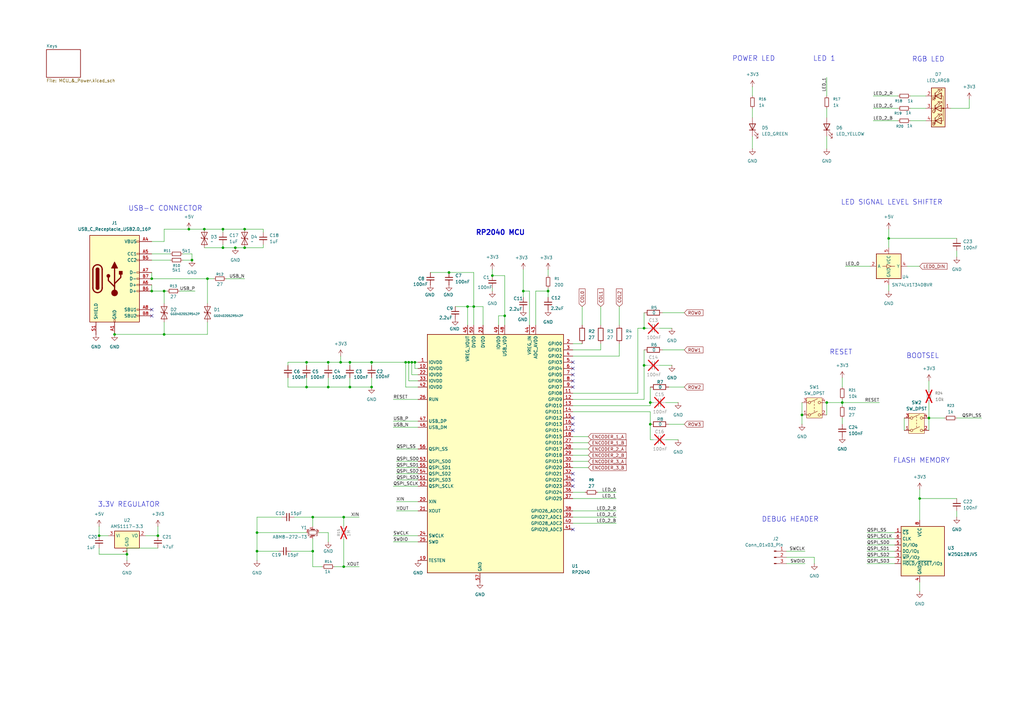
<source format=kicad_sch>
(kicad_sch (version 20250114) (generator "eeschema") (generator_version "9.0")
  (paper "A3")
  (text "RP2040 MCU" (at 205.232 95.504 0) (effects (font (size 2.032 2.032) (thickness 0.4064) (bold yes))))
  (text "LED SIGNAL LEVEL SHIFTER" (at 365.76 83.058 0) (effects (font (size 2.032 2.032))))
  (text "BOOTSEL" (at 378.46 146.05 0) (effects (font (size 2.032 2.032))))
  (text "USB-C CONNECTOR" (at 67.818 85.598 0) (effects (font (size 2.032 2.032))))
  (text "3.3V REGULATOR" (at 52.832 207.01 0) (effects (font (size 2.032 2.032))))
  (text "RESET" (at 344.932 144.526 0) (effects (font (size 2.032 2.032))))
  (text "POWER LED" (at 309.118 24.13 0) (effects (font (size 2.032 2.032))))
  (text "FLASH MEMORY" (at 377.952 188.976 0) (effects (font (size 2.032 2.032))))
  (text "LED 1" (at 338.074 24.13 0) (effects (font (size 2.032 2.032))))
  (text "RGB LED" (at 380.746 24.384 0) (effects (font (size 2.032 2.032))))
  (text "DEBUG HEADER" (at 324.104 213.106 0) (effects (font (size 2.032 2.032))))
  (junction (at 168.91 148.59))
  (junction (at 100.33 93.98))
  (junction (at 105.41 226.06))
  (junction (at 264.16 149.86))
  (junction (at 143.51 148.59))
  (junction (at 91.44 93.98))
  (junction (at 125.73 158.75))
  (junction (at 143.51 158.75))
  (junction (at 167.64 148.59))
  (junction (at 166.37 148.59))
  (junction (at 67.31 119.38))
  (junction (at 224.79 119.38))
  (junction (at 105.41 218.44))
  (junction (at 381 171.45))
  (junction (at 134.62 148.59))
  (junction (at 328.93 170.18))
  (junction (at 83.82 93.98))
  (junction (at 128.27 212.09))
  (junction (at 62.23 119.38))
  (junction (at 134.62 158.75))
  (junction (at 207.01 129.54))
  (junction (at 152.4 148.59))
  (junction (at 194.31 125.73))
  (junction (at 64.77 219.71))
  (junction (at 85.09 114.3))
  (junction (at 52.07 227.33))
  (junction (at 77.47 93.98))
  (junction (at 140.97 232.41))
  (junction (at 78.74 106.68))
  (junction (at 67.31 137.16))
  (junction (at 96.52 101.6))
  (junction (at 100.33 101.6))
  (junction (at 364.49 97.79))
  (junction (at 266.7 165.1))
  (junction (at 46.99 137.16))
  (junction (at 264.16 134.62))
  (junction (at 184.15 111.76))
  (junction (at 139.7 148.59))
  (junction (at 377.19 204.47))
  (junction (at 40.64 219.71))
  (junction (at 128.27 226.06))
  (junction (at 91.44 101.6))
  (junction (at 170.18 148.59))
  (junction (at 214.63 119.38))
  (junction (at 140.97 212.09))
  (junction (at 62.23 114.3))
  (junction (at 339.09 165.1))
  (junction (at 266.7 173.99))
  (junction (at 152.4 158.75))
  (junction (at 125.73 148.59))
  (junction (at 345.44 165.1))
  (junction (at 201.93 113.03))
  (junction (at 191.77 125.73))
  (no_connect (at 234.95 148.59))
  (no_connect (at 234.95 153.67))
  (no_connect (at 234.95 173.99))
  (no_connect (at 234.95 151.13))
  (no_connect (at 234.95 199.39))
  (no_connect (at 234.95 194.31))
  (no_connect (at 234.95 156.21))
  (no_connect (at 234.95 176.53))
  (no_connect (at 234.95 171.45))
  (no_connect (at 234.95 217.17))
  (no_connect (at 234.95 196.85))
  (no_connect (at 62.23 127))
  (no_connect (at 62.23 129.54))
  (no_connect (at 234.95 158.75))
  (wire (pts (xy 266.7 168.91) (xy 266.7 173.99)))
  (wire (pts (xy 162.56 205.74) (xy 171.45 205.74)))
  (wire (pts (xy 77.47 93.98) (xy 83.82 93.98)))
  (wire (pts (xy 171.45 151.13) (xy 170.18 151.13)))
  (wire (pts (xy 96.52 101.6) (xy 100.33 101.6)))
  (wire (pts (xy 381 156.21) (xy 381 160.02)))
  (wire (pts (xy 254 140.97) (xy 254 146.05)))
  (wire (pts (xy 224.79 119.38) (xy 224.79 121.92)))
  (wire (pts (xy 264.16 143.51) (xy 264.16 149.86)))
  (wire (pts (xy 355.6 220.98) (xy 367.03 220.98)))
  (wire (pts (xy 377.19 200.66) (xy 377.19 204.47)))
  (wire (pts (xy 176.53 111.76) (xy 184.15 111.76)))
  (wire (pts (xy 198.12 125.73) (xy 194.31 125.73)))
  (wire (pts (xy 67.31 93.98) (xy 77.47 93.98)))
  (wire (pts (xy 143.51 154.94) (xy 143.51 158.75)))
  (wire (pts (xy 264.16 163.83) (xy 264.16 149.86)))
  (wire (pts (xy 125.73 149.86) (xy 125.73 148.59)))
  (wire (pts (xy 339.09 165.1) (xy 339.09 170.18)))
  (wire (pts (xy 355.6 231.14) (xy 367.03 231.14)))
  (wire (pts (xy 140.97 212.09) (xy 140.97 215.9)))
  (wire (pts (xy 238.76 125.73) (xy 238.76 133.35)))
  (wire (pts (xy 217.17 119.38) (xy 214.63 119.38)))
  (wire (pts (xy 234.95 184.15) (xy 241.3 184.15)))
  (wire (pts (xy 105.41 226.06) (xy 114.3 226.06)))
  (wire (pts (xy 358.14 49.53) (xy 368.3 49.53)))
  (wire (pts (xy 162.56 209.55) (xy 171.45 209.55)))
  (wire (pts (xy 322.58 226.06) (xy 330.2 226.06)))
  (wire (pts (xy 105.41 212.09) (xy 105.41 218.44)))
  (wire (pts (xy 266.7 180.34) (xy 267.97 180.34)))
  (wire (pts (xy 85.09 114.3) (xy 87.63 114.3)))
  (wire (pts (xy 377.19 204.47) (xy 392.43 204.47)))
  (wire (pts (xy 128.27 232.41) (xy 132.08 232.41)))
  (wire (pts (xy 128.27 212.09) (xy 140.97 212.09)))
  (wire (pts (xy 345.44 163.83) (xy 345.44 165.1)))
  (wire (pts (xy 254 125.73) (xy 254 133.35)))
  (wire (pts (xy 140.97 232.41) (xy 147.32 232.41)))
  (wire (pts (xy 140.97 212.09) (xy 147.32 212.09)))
  (wire (pts (xy 345.44 165.1) (xy 360.68 165.1)))
  (wire (pts (xy 266.7 165.1) (xy 267.97 165.1)))
  (wire (pts (xy 271.78 143.51) (xy 280.67 143.51)))
  (wire (pts (xy 346.71 109.22) (xy 356.87 109.22)))
  (wire (pts (xy 162.56 184.15) (xy 171.45 184.15)))
  (wire (pts (xy 345.44 171.45) (xy 345.44 173.99)))
  (wire (pts (xy 168.91 153.67) (xy 168.91 148.59)))
  (wire (pts (xy 184.15 111.76) (xy 194.31 111.76)))
  (wire (pts (xy 59.69 219.71) (xy 64.77 219.71)))
  (wire (pts (xy 322.58 228.6) (xy 334.01 228.6)))
  (wire (pts (xy 364.49 97.79) (xy 364.49 101.6)))
  (wire (pts (xy 115.57 212.09) (xy 105.41 212.09)))
  (wire (pts (xy 198.12 133.35) (xy 198.12 125.73)))
  (wire (pts (xy 118.11 148.59) (xy 125.73 148.59)))
  (wire (pts (xy 166.37 158.75) (xy 166.37 148.59)))
  (wire (pts (xy 143.51 158.75) (xy 152.4 158.75)))
  (wire (pts (xy 246.38 140.97) (xy 246.38 143.51)))
  (wire (pts (xy 308.61 44.45) (xy 308.61 48.26)))
  (wire (pts (xy 246.38 125.73) (xy 246.38 133.35)))
  (wire (pts (xy 194.31 125.73) (xy 194.31 133.35)))
  (wire (pts (xy 264.16 134.62) (xy 265.43 134.62)))
  (wire (pts (xy 62.23 111.76) (xy 62.23 114.3)))
  (wire (pts (xy 73.66 119.38) (xy 80.01 119.38)))
  (wire (pts (xy 85.09 114.3) (xy 85.09 124.46)))
  (wire (pts (xy 339.09 44.45) (xy 339.09 48.26)))
  (wire (pts (xy 339.09 55.88) (xy 339.09 60.96)))
  (wire (pts (xy 162.56 191.77) (xy 171.45 191.77)))
  (wire (pts (xy 40.64 227.33) (xy 52.07 227.33)))
  (wire (pts (xy 161.29 163.83) (xy 171.45 163.83)))
  (wire (pts (xy 219.71 119.38) (xy 224.79 119.38)))
  (wire (pts (xy 234.95 143.51) (xy 246.38 143.51)))
  (wire (pts (xy 234.95 140.97) (xy 238.76 140.97)))
  (wire (pts (xy 128.27 212.09) (xy 120.65 212.09)))
  (wire (pts (xy 364.49 116.84) (xy 364.49 119.38)))
  (wire (pts (xy 377.19 238.76) (xy 377.19 242.57)))
  (wire (pts (xy 355.6 228.6) (xy 367.03 228.6)))
  (wire (pts (xy 261.62 161.29) (xy 261.62 134.62)))
  (wire (pts (xy 107.95 101.6) (xy 100.33 101.6)))
  (wire (pts (xy 162.56 189.23) (xy 171.45 189.23)))
  (wire (pts (xy 161.29 175.26) (xy 171.45 175.26)))
  (wire (pts (xy 234.95 166.37) (xy 266.7 166.37)))
  (wire (pts (xy 358.14 44.45) (xy 368.3 44.45)))
  (wire (pts (xy 134.62 158.75) (xy 143.51 158.75)))
  (wire (pts (xy 134.62 218.44) (xy 134.62 222.25)))
  (wire (pts (xy 373.38 49.53) (xy 379.73 49.53)))
  (wire (pts (xy 345.44 154.94) (xy 345.44 158.75)))
  (wire (pts (xy 194.31 111.76) (xy 194.31 125.73)))
  (wire (pts (xy 381 171.45) (xy 387.35 171.45)))
  (wire (pts (xy 170.18 151.13) (xy 170.18 148.59)))
  (wire (pts (xy 234.95 201.93) (xy 240.03 201.93)))
  (wire (pts (xy 67.31 137.16) (xy 67.31 132.08)))
  (wire (pts (xy 364.49 93.98) (xy 364.49 97.79)))
  (wire (pts (xy 152.4 149.86) (xy 152.4 148.59)))
  (wire (pts (xy 67.31 119.38) (xy 68.58 119.38)))
  (wire (pts (xy 389.89 44.45) (xy 397.51 44.45)))
  (wire (pts (xy 339.09 165.1) (xy 345.44 165.1)))
  (wire (pts (xy 266.7 173.99) (xy 266.7 180.34)))
  (wire (pts (xy 373.38 39.37) (xy 379.73 39.37)))
  (wire (pts (xy 161.29 222.25) (xy 171.45 222.25)))
  (wire (pts (xy 152.4 148.59) (xy 166.37 148.59)))
  (wire (pts (xy 334.01 228.6) (xy 334.01 231.14)))
  (wire (pts (xy 91.44 93.98) (xy 91.44 95.25)))
  (wire (pts (xy 345.44 165.1) (xy 345.44 166.37)))
  (wire (pts (xy 62.23 99.06) (xy 67.31 99.06)))
  (wire (pts (xy 372.11 109.22) (xy 377.19 109.22)))
  (wire (pts (xy 201.93 113.03) (xy 207.01 113.03)))
  (wire (pts (xy 234.95 181.61) (xy 241.3 181.61)))
  (wire (pts (xy 234.95 161.29) (xy 261.62 161.29)))
  (wire (pts (xy 105.41 218.44) (xy 105.41 226.06)))
  (wire (pts (xy 217.17 119.38) (xy 217.17 133.35)))
  (wire (pts (xy 170.18 148.59) (xy 168.91 148.59)))
  (wire (pts (xy 91.44 100.33) (xy 91.44 101.6)))
  (wire (pts (xy 191.77 125.73) (xy 194.31 125.73)))
  (wire (pts (xy 224.79 118.11) (xy 224.79 119.38)))
  (wire (pts (xy 91.44 93.98) (xy 100.33 93.98)))
  (wire (pts (xy 270.51 149.86) (xy 275.59 149.86)))
  (wire (pts (xy 52.07 227.33) (xy 52.07 229.87)))
  (wire (pts (xy 234.95 179.07) (xy 241.3 179.07)))
  (wire (pts (xy 40.64 219.71) (xy 44.45 219.71)))
  (wire (pts (xy 273.05 165.1) (xy 278.13 165.1)))
  (wire (pts (xy 171.45 148.59) (xy 170.18 148.59)))
  (wire (pts (xy 46.99 137.16) (xy 67.31 137.16)))
  (wire (pts (xy 381 165.1) (xy 381 171.45)))
  (wire (pts (xy 67.31 93.98) (xy 67.31 99.06)))
  (wire (pts (xy 270.51 134.62) (xy 275.59 134.62)))
  (wire (pts (xy 207.01 133.35) (xy 207.01 129.54)))
  (wire (pts (xy 234.95 209.55) (xy 252.73 209.55)))
  (wire (pts (xy 234.95 163.83) (xy 264.16 163.83)))
  (wire (pts (xy 105.41 218.44) (xy 125.73 218.44)))
  (wire (pts (xy 271.78 128.27) (xy 280.67 128.27)))
  (wire (pts (xy 152.4 154.94) (xy 152.4 158.75)))
  (wire (pts (xy 308.61 55.88) (xy 308.61 60.96)))
  (wire (pts (xy 161.29 172.72) (xy 171.45 172.72)))
  (wire (pts (xy 100.33 93.98) (xy 107.95 93.98)))
  (wire (pts (xy 322.58 231.14) (xy 330.2 231.14)))
  (wire (pts (xy 234.95 189.23) (xy 241.3 189.23)))
  (wire (pts (xy 234.95 168.91) (xy 266.7 168.91)))
  (wire (pts (xy 125.73 158.75) (xy 134.62 158.75)))
  (wire (pts (xy 118.11 158.75) (xy 125.73 158.75)))
  (wire (pts (xy 118.11 149.86) (xy 118.11 148.59)))
  (wire (pts (xy 364.49 97.79) (xy 392.43 97.79)))
  (wire (pts (xy 64.77 224.79) (xy 52.07 224.79)))
  (wire (pts (xy 52.07 224.79) (xy 52.07 227.33)))
  (wire (pts (xy 91.44 101.6) (xy 96.52 101.6)))
  (wire (pts (xy 273.05 180.34) (xy 278.13 180.34)))
  (wire (pts (xy 62.23 116.84) (xy 62.23 119.38)))
  (wire (pts (xy 140.97 220.98) (xy 140.97 232.41)))
  (wire (pts (xy 201.93 118.11) (xy 201.93 119.38)))
  (wire (pts (xy 186.69 125.73) (xy 191.77 125.73)))
  (wire (pts (xy 392.43 102.87) (xy 392.43 105.41)))
  (wire (pts (xy 234.95 146.05) (xy 254 146.05)))
  (wire (pts (xy 105.41 226.06) (xy 105.41 229.87)))
  (wire (pts (xy 128.27 226.06) (xy 128.27 232.41)))
  (wire (pts (xy 339.09 31.75) (xy 339.09 39.37)))
  (wire (pts (xy 134.62 154.94) (xy 134.62 158.75)))
  (wire (pts (xy 161.29 219.71) (xy 171.45 219.71)))
  (wire (pts (xy 266.7 165.1) (xy 266.7 166.37)))
  (wire (pts (xy 204.47 129.54) (xy 204.47 133.35)))
  (wire (pts (xy 74.93 104.14) (xy 78.74 104.14)))
  (wire (pts (xy 214.63 119.38) (xy 214.63 121.92)))
  (wire (pts (xy 162.56 194.31) (xy 171.45 194.31)))
  (wire (pts (xy 261.62 134.62) (xy 264.16 134.62)))
  (wire (pts (xy 85.09 132.08) (xy 85.09 137.16)))
  (wire (pts (xy 64.77 215.9) (xy 64.77 219.71)))
  (wire (pts (xy 67.31 119.38) (xy 67.31 124.46)))
  (wire (pts (xy 358.14 39.37) (xy 368.3 39.37)))
  (wire (pts (xy 78.74 104.14) (xy 78.74 106.68)))
  (wire (pts (xy 355.6 223.52) (xy 367.03 223.52)))
  (wire (pts (xy 134.62 148.59) (xy 125.73 148.59)))
  (wire (pts (xy 128.27 215.9) (xy 128.27 212.09)))
  (wire (pts (xy 219.71 119.38) (xy 219.71 133.35)))
  (wire (pts (xy 234.95 186.69) (xy 241.3 186.69)))
  (wire (pts (xy 224.79 110.49) (xy 224.79 113.03)))
  (wire (pts (xy 139.7 148.59) (xy 134.62 148.59)))
  (wire (pts (xy 107.95 100.33) (xy 107.95 101.6)))
  (wire (pts (xy 234.95 204.47) (xy 252.73 204.47)))
  (wire (pts (xy 128.27 220.98) (xy 128.27 226.06)))
  (wire (pts (xy 107.95 93.98) (xy 107.95 95.25)))
  (wire (pts (xy 40.64 224.79) (xy 40.64 227.33)))
  (wire (pts (xy 168.91 148.59) (xy 167.64 148.59)))
  (wire (pts (xy 204.47 129.54) (xy 207.01 129.54)))
  (wire (pts (xy 234.95 214.63) (xy 252.73 214.63)))
  (wire (pts (xy 74.93 106.68) (xy 78.74 106.68)))
  (wire (pts (xy 264.16 149.86) (xy 265.43 149.86)))
  (wire (pts (xy 355.6 226.06) (xy 367.03 226.06)))
  (wire (pts (xy 171.45 153.67) (xy 168.91 153.67)))
  (wire (pts (xy 119.38 226.06) (xy 128.27 226.06)))
  (wire (pts (xy 201.93 110.49) (xy 201.93 113.03)))
  (wire (pts (xy 40.64 215.9) (xy 40.64 219.71)))
  (wire (pts (xy 161.29 199.39) (xy 171.45 199.39)))
  (wire (pts (xy 355.6 218.44) (xy 367.03 218.44)))
  (wire (pts (xy 266.7 158.75) (xy 266.7 165.1)))
  (wire (pts (xy 125.73 154.94) (xy 125.73 158.75)))
  (wire (pts (xy 392.43 171.45) (xy 402.59 171.45)))
  (wire (pts (xy 245.11 201.93) (xy 252.73 201.93)))
  (wire (pts (xy 167.64 156.21) (xy 167.64 148.59)))
  (wire (pts (xy 62.23 106.68) (xy 69.85 106.68)))
  (wire (pts (xy 85.09 137.16) (xy 67.31 137.16)))
  (wire (pts (xy 381 171.45) (xy 381 176.53)))
  (wire (pts (xy 373.38 44.45) (xy 379.73 44.45)))
  (wire (pts (xy 392.43 209.55) (xy 392.43 212.09)))
  (wire (pts (xy 377.19 204.47) (xy 377.19 213.36)))
  (wire (pts (xy 234.95 191.77) (xy 241.3 191.77)))
  (wire (pts (xy 308.61 35.56) (xy 308.61 39.37)))
  (wire (pts (xy 62.23 114.3) (xy 85.09 114.3)))
  (wire (pts (xy 167.64 148.59) (xy 166.37 148.59)))
  (wire (pts (xy 152.4 148.59) (xy 143.51 148.59)))
  (wire (pts (xy 397.51 40.64) (xy 397.51 44.45)))
  (wire (pts (xy 134.62 149.86) (xy 134.62 148.59)))
  (wire (pts (xy 137.16 232.41) (xy 140.97 232.41)))
  (wire (pts (xy 130.81 218.44) (xy 134.62 218.44)))
  (wire (pts (xy 234.95 212.09) (xy 252.73 212.09)))
  (wire (pts (xy 191.77 125.73) (xy 191.77 133.35)))
  (wire (pts (xy 83.82 93.98) (xy 91.44 93.98)))
  (wire (pts (xy 92.71 114.3) (xy 100.33 114.3)))
  (wire (pts (xy 171.45 158.75) (xy 166.37 158.75)))
  (wire (pts (xy 264.16 128.27) (xy 264.16 134.62)))
  (wire (pts (xy 274.32 173.99) (xy 280.67 173.99)))
  (wire (pts (xy 370.84 171.45) (xy 370.84 176.53)))
  (wire (pts (xy 162.56 196.85) (xy 171.45 196.85)))
  (wire (pts (xy 83.82 101.6) (xy 91.44 101.6)))
  (wire (pts (xy 62.23 104.14) (xy 69.85 104.14)))
  (wire (pts (xy 118.11 154.94) (xy 118.11 158.75)))
  (wire (pts (xy 328.93 170.18) (xy 328.93 173.99)))
  (wire (pts (xy 143.51 149.86) (xy 143.51 148.59)))
  (wire (pts (xy 62.23 119.38) (xy 67.31 119.38)))
  (wire (pts (xy 143.51 148.59) (xy 139.7 148.59)))
  (wire (pts (xy 139.7 146.05) (xy 139.7 148.59)))
  (wire (pts (xy 274.32 158.75) (xy 280.67 158.75)))
  (wire (pts (xy 207.01 129.54) (xy 207.01 113.03)))
  (wire (pts (xy 214.63 110.49) (xy 214.63 119.38)))
  (wire (pts (xy 171.45 156.21) (xy 167.64 156.21)))
  (wire (pts (xy 328.93 165.1) (xy 328.93 170.18)))
  (label "USB_N" (at 100.33 114.3 180))
  (label "USB_N" (at 161.29 175.26 0))
  (label "QSPI_SS" (at 355.6 218.44 0))
  (label "LED_0" (at 252.73 201.93 180))
  (label "QSPI_SD3" (at 162.56 196.85 0))
  (label "LED_0" (at 346.71 109.22 0))
  (label "QSPI_SD0" (at 355.6 223.52 0))
  (label "RESET" (at 161.29 163.83 0))
  (label "USB_P" (at 161.29 172.72 0))
  (label "SWDIO" (at 161.29 222.25 0))
  (label "SWCLK" (at 161.29 219.71 0))
  (label "LED_1" (at 339.09 31.75 270))
  (label "LED_2_B" (at 252.73 214.63 180))
  (label "QSPI_SS" (at 402.59 171.45 180))
  (label "SWCLK" (at 330.2 226.06 180))
  (label "LED_2_R" (at 358.14 39.37 0))
  (label "XIN" (at 162.56 205.74 0))
  (label "QSPI_SD3" (at 355.6 231.14 0))
  (label "LED_1" (at 252.73 204.47 180))
  (label "QSPI_SCLK" (at 161.29 199.39 0))
  (label "XOUT" (at 162.56 209.55 0))
  (label "QSPI_SD0" (at 162.56 189.23 0))
  (label "QSPI_SD2" (at 355.6 228.6 0))
  (label "QSPI_SS" (at 162.56 184.15 0))
  (label "QSPI_SCLK" (at 355.6 220.98 0))
  (label "QSPI_SD1" (at 162.56 191.77 0))
  (label "XIN" (at 147.32 212.09 180))
  (label "LED_2_G" (at 358.14 44.45 0))
  (label "QSPI_SD1" (at 355.6 226.06 0))
  (label "QSPI_SD2" (at 162.56 194.31 0))
  (label "XOUT" (at 147.32 232.41 180))
  (label "RESET" (at 360.68 165.1 180))
  (label "LED_2_B" (at 358.14 49.53 0))
  (label "USB_P" (at 80.01 119.38 180))
  (label "SWDIO" (at 330.2 231.14 180))
  (label "LED_2_R" (at 252.73 209.55 180))
  (label "LED_2_G" (at 252.73 212.09 180))
  (global_label "ENCODER_3_A" (shape input) (at 241.3 189.23 0) (property "Intersheetrefs" "${INTERSHEET_REFS}" (effects (hide yes))))
  (global_label "ENCODER_2_A" (shape input) (at 241.3 184.15 0) (property "Intersheetrefs" "${INTERSHEET_REFS}" (effects (hide yes))))
  (global_label "ROW3" (shape input) (at 280.67 173.99 0) (property "Intersheetrefs" "${INTERSHEET_REFS}" (effects (hide yes))))
  (global_label "ENCODER_1_A" (shape input) (at 241.3 179.07 0) (property "Intersheetrefs" "${INTERSHEET_REFS}" (effects (hide yes))))
  (global_label "ROW1" (shape input) (at 280.67 143.51 0) (property "Intersheetrefs" "${INTERSHEET_REFS}" (effects (hide yes))))
  (global_label "ROW0" (shape input) (at 280.67 128.27 0) (property "Intersheetrefs" "${INTERSHEET_REFS}" (effects (hide yes))))
  (global_label "ENCODER_3_B" (shape input) (at 241.3 191.77 0) (property "Intersheetrefs" "${INTERSHEET_REFS}" (effects (hide yes))))
  (global_label "ROW2" (shape input) (at 280.67 158.75 0) (property "Intersheetrefs" "${INTERSHEET_REFS}" (effects (hide yes))))
  (global_label "ENCODER_1_B" (shape input) (at 241.3 181.61 0) (property "Intersheetrefs" "${INTERSHEET_REFS}" (effects (hide yes))))
  (global_label "LED0_DIN" (shape input) (at 377.19 109.22 0) (property "Intersheetrefs" "${INTERSHEET_REFS}" (effects (hide yes))))
  (global_label "COL0" (shape input) (at 238.76 125.73 90) (property "Intersheetrefs" "${INTERSHEET_REFS}" (effects (hide yes))))
  (global_label "ENCODER_2_B" (shape input) (at 241.3 186.69 0) (property "Intersheetrefs" "${INTERSHEET_REFS}" (effects (hide yes))))
  (global_label "COL1" (shape input) (at 246.38 125.73 90) (property "Intersheetrefs" "${INTERSHEET_REFS}" (effects (hide yes))))
  (global_label "COL2" (shape input) (at 254 125.73 90) (property "Intersheetrefs" "${INTERSHEET_REFS}" (effects (hide yes))))
  (symbol (lib_id "power:GND") (at 176.53 116.84 0) (unit 1)
    (property "Reference" "#PWR050" (effects (hide yes)))
    (property "Value" "GND" (at 176.276 120.904 0))
    (property "Description" "Power symbol creates a global label with name \"GND\" , ground" (effects (hide yes)))
  )
  (symbol (lib_id "power:GND") (at 345.44 179.07 0) (unit 1)
    (property "Reference" "#PWR045" (effects (hide yes)))
    (property "Value" "GND" (at 345.44 184.15 0))
    (property "Description" "Power symbol creates a global label with name \"GND\" , ground" (effects (hide yes)))
  )
  (symbol (lib_id "Device:R_Small") (at 134.62 232.41 90) (unit 1)
    (property "Reference" "R14" (at 134.62 230.378 90) (effects (font (size 1.016 1.016))))
    (property "Value" "1k" (at 134.366 234.442 90))
    (property "Footprint" "Resistor_SMD:R_0402_1005Metric" (effects (hide yes)))
    (property "Description" "Resistor, small symbol" (effects (hide yes)))
  )
  (symbol (lib_id "Device:C_Small") (at 270.51 165.1 90) (unit 1) (dnp yes)
    (property "Reference" "C15" (at 270.51 161.798 90))
    (property "Value" "100nF" (at 270.764 168.91 90))
    (property "Footprint" "Capacitor_SMD:C_0402_1005Metric" (effects (hide yes)))
    (property "Description" "Unpolarized capacitor, small symbol" (effects (hide yes)))
  )
  (symbol (lib_id "power:GND") (at 105.41 229.87 0) (unit 1)
    (property "Reference" "#PWR028" (effects (hide yes)))
    (property "Value" "GND" (at 105.41 234.95 0))
    (property "Description" "Power symbol creates a global label with name \"GND\" , ground" (effects (hide yes)))
  )
  (symbol (lib_id "Device:C_Small") (at 267.97 149.86 90) (unit 1) (dnp yes)
    (property "Reference" "C14" (at 267.97 146.558 90))
    (property "Value" "100nF" (at 268.224 153.67 90))
    (property "Footprint" "Capacitor_SMD:C_0402_1005Metric" (effects (hide yes)))
    (property "Description" "Unpolarized capacitor, small symbol" (effects (hide yes)))
  )
  (symbol (lib_id "Device:C_Small") (at 392.43 207.01 0) (unit 1)
    (property "Reference" "C22" (at 394.97 205.7462 0) (effects (justify left)))
    (property "Value" "100nF" (at 394.97 208.2862 0) (effects (justify left)))
    (property "Footprint" "Capacitor_SMD:C_0402_1005Metric" (effects (hide yes)))
    (property "Description" "Unpolarized capacitor, small symbol" (effects (hide yes)))
  )
  (symbol (lib_id "power:GND") (at 201.93 119.38 0) (unit 1)
    (property "Reference" "#PWR079" (effects (hide yes)))
    (property "Value" "GND" (at 201.93 124.46 0))
    (property "Description" "Power symbol creates a global label with name \"GND\" , ground" (effects (hide yes)))
  )
  (symbol (lib_id "Device:C_Small") (at 186.69 128.27 0) (unit 1)
    (property "Reference" "C9" (at 183.134 126.492 0) (effects (justify left)))
    (property "Value" "2.2uF" (at 180.086 130.302 0) (effects (justify left)))
    (property "Footprint" "Capacitor_SMD:C_0402_1005Metric" (effects (hide yes)))
    (property "Description" "Unpolarized capacitor, small symbol" (effects (hide yes)))
  )
  (symbol (lib_id "power:GND") (at 275.59 149.86 0) (unit 1)
    (property "Reference" "#PWR021" (effects (hide yes)))
    (property "Value" "GND" (at 275.59 154.94 0))
    (property "Description" "Power symbol creates a global label with name \"GND\" , ground" (effects (hide yes)))
  )
  (symbol (lib_id "power:GND") (at 278.13 180.34 0) (unit 1)
    (property "Reference" "#PWR023" (effects (hide yes)))
    (property "Value" "GND" (at 278.13 185.42 0))
    (property "Description" "Power symbol creates a global label with name \"GND\" , ground" (effects (hide yes)))
  )
  (symbol (lib_id "Device:R_Small") (at 72.39 104.14 90) (unit 1)
    (property "Reference" "R11" (at 68.58 102.87 90) (effects (font (size 1.016 1.016))))
    (property "Value" "5k1" (at 76.454 102.87 90))
    (property "Footprint" "Resistor_SMD:R_0402_1005Metric" (effects (hide yes)))
    (property "Description" "Resistor, small symbol" (effects (hide yes)))
  )
  (symbol (lib_id "Device:C_Small") (at 270.51 180.34 90) (unit 1) (dnp yes)
    (property "Reference" "C16" (at 270.51 177.038 90))
    (property "Value" "100nF" (at 270.764 184.15 90))
    (property "Footprint" "Capacitor_SMD:C_0402_1005Metric" (effects (hide yes)))
    (property "Description" "Unpolarized capacitor, small symbol" (effects (hide yes)))
  )
  (symbol (lib_id "power:GND") (at 334.01 231.14 0) (unit 1)
    (property "Reference" "#PWR047" (effects (hide yes)))
    (property "Value" "GND" (at 334.01 236.22 0))
    (property "Description" "Power symbol creates a global label with name \"GND\" , ground" (effects (hide yes)))
  )
  (symbol (lib_id "Device:C_Small") (at 345.44 176.53 180) (unit 1)
    (property "Reference" "C24" (at 347.98 175.2535 0) (effects (justify right)))
    (property "Value" "100nF" (at 347.98 177.7935 0) (effects (justify right)))
    (property "Footprint" "Capacitor_SMD:C_0402_1005Metric" (effects (hide yes)))
    (property "Description" "Unpolarized capacitor, small symbol" (effects (hide yes)))
  )
  (symbol (lib_id "power:+3V3") (at 214.63 110.49 0) (unit 1)
    (property "Reference" "#PWR015" (effects (hide yes)))
    (property "Value" "+3V3" (at 213.868 105.664 0))
    (property "Description" "Power symbol creates a global label with name \"+3V3\"" (effects (hide yes)))
  )
  (symbol (lib_id "power:+3V3") (at 377.19 200.66 0) (unit 1)
    (property "Reference" "#PWR038" (effects (hide yes)))
    (property "Value" "+3V3" (at 377.19 195.58 0))
    (property "Description" "Power symbol creates a global label with name \"+3V3\"" (effects (hide yes)))
  )
  (symbol (lib_id "power:GND") (at 339.09 60.96 0) (unit 1)
    (property "Reference" "#PWR035" (effects (hide yes)))
    (property "Value" "GND" (at 339.09 66.04 0))
    (property "Description" "Power symbol creates a global label with name \"GND\" , ground" (effects (hide yes)))
  )
  (symbol (lib_id "power:+5V") (at 364.49 93.98 0) (unit 1)
    (property "Reference" "#PWR041" (effects (hide yes)))
    (property "Value" "+5V" (at 364.49 88.9 0))
    (property "Description" "Power symbol creates a global label with name \"+5V\"" (effects (hide yes)))
  )
  (symbol (lib_id "Device:C_Small") (at 91.44 97.79 0) (unit 1)
    (property "Reference" "C17" (at 93.98 96.5262 0) (effects (justify left)))
    (property "Value" "1uF" (at 93.98 99.0662 0) (effects (justify left)))
    (property "Footprint" "Capacitor_SMD:C_0402_1005Metric" (effects (hide yes)))
    (property "Description" "Unpolarized capacitor, small symbol" (effects (hide yes)))
  )
  (symbol (lib_id "Device:R") (at 238.76 137.16 180) (unit 1)
    (property "Reference" "R2" (at 241.3 135.8899 0) (effects (justify right)))
    (property "Value" "27" (at 241.3 138.4299 0) (effects (justify right)))
    (property "Footprint" "Resistor_SMD:R_0402_1005Metric" (effects (hide yes)))
    (property "Description" "Resistor" (effects (hide yes)))
  )
  (symbol (lib_id "Device:C_Small") (at 184.15 114.3 0) (unit 1)
    (property "Reference" "C7" (at 186.69 113.0362 0) (effects (justify left)))
    (property "Value" "100nF" (at 186.69 115.5762 0) (effects (justify left)))
    (property "Footprint" "Capacitor_SMD:C_0402_1005Metric" (effects (hide yes)))
    (property "Description" "Unpolarized capacitor, small symbol" (effects (hide yes)))
  )
  (symbol (lib_id "power:GND") (at 224.79 127 0) (unit 1)
    (property "Reference" "#PWR080" (effects (hide yes)))
    (property "Value" "GND" (at 224.79 132.08 0))
    (property "Description" "Power symbol creates a global label with name \"GND\" , ground" (effects (hide yes)))
  )
  (symbol (lib_id "Device:R") (at 270.51 173.99 270) (unit 1)
    (property "Reference" "R8" (at 270.764 171.958 90))
    (property "Value" "0" (at 270.764 173.99 90))
    (property "Footprint" "Resistor_SMD:R_0402_1005Metric" (effects (hide yes)))
    (property "Description" "Resistor" (effects (hide yes)))
  )
  (symbol (lib_id "Diode:SMAJ5.0CA") (at 100.33 97.79 90) (unit 1)
    (property "Reference" "D4" (at 102.87 97.1549 90) (effects (justify right)))
    (property "Value" "~" (at 102.87 99.06 90) (effects (justify right)))
    (property "Footprint" "Diode_SMD:D_SMA" (effects (hide yes)))
    (property "Datasheet" "https://www.littelfuse.com/media?resourcetype=datasheets&itemid=75e32973-b177-4ee3-a0ff-cedaf1abdb93&filename=smaj-datasheet" (effects (hide yes)))
    (property "Description" "400W bidirectional Transient Voltage Suppressor, 5.0Vr, SMA(DO-214AC)" (effects (hide yes)))
  )
  (symbol (lib_id "Device:Crystal_GND24_Small") (at 128.27 218.44 270) (unit 1)
    (property "Reference" "Y1" (at 124.714 216.408 90))
    (property "Value" "ABM8-272-T3" (at 118.872 220.218 90))
    (property "Footprint" "Crystal:Crystal_SMD_Abracon_ABM8G-4Pin_3.2x2.5mm" (effects (hide yes)))
    (property "Description" "Four pin crystal, GND on pins 2 and 4, small symbol" (effects (hide yes)))
  )
  (symbol (lib_id "Connector:Conn_01x03_Pin") (at 317.5 228.6 0) (unit 1)
    (property "Reference" "J2" (at 318.135 220.98 0))
    (property "Value" "Conn_01x03_Pin" (at 313.436 223.52 0))
    (property "Description" "Generic connector, single row, 01x03, script generated" (effects (hide yes)))
  )
  (symbol (lib_id "power:GND") (at 134.62 222.25 0) (unit 1)
    (property "Reference" "#PWR029" (effects (hide yes)))
    (property "Value" "GND" (at 134.62 226.06 0))
    (property "Description" "Power symbol creates a global label with name \"GND\" , ground" (effects (hide yes)))
  )
  (symbol (lib_id "power:+3V3") (at 201.93 110.49 0) (unit 1)
    (property "Reference" "#PWR02" (effects (hide yes)))
    (property "Value" "+3V3" (at 201.93 105.41 0))
    (property "Description" "Power symbol creates a global label with name \"+3V3\"" (effects (hide yes)))
  )
  (symbol (lib_id "power:GND") (at 39.37 137.16 0) (unit 1)
    (property "Reference" "#PWR019" (effects (hide yes)))
    (property "Value" "GND" (at 39.37 142.24 0))
    (property "Description" "Power symbol creates a global label with name \"GND\" , ground" (effects (hide yes)))
  )
  (symbol (lib_id "Device:C_Small") (at 116.84 226.06 90) (unit 1)
    (property "Reference" "C19" (at 115.316 227.584 90) (effects (justify left)))
    (property "Value" "15pF" (at 122.682 227.584 90) (effects (justify left)))
    (property "Footprint" "Capacitor_SMD:C_0402_1005Metric" (effects (hide yes)))
    (property "Description" "Unpolarized capacitor, small symbol" (effects (hide yes)))
  )
  (symbol (lib_id "power:GND") (at 364.49 119.38 0) (unit 1)
    (property "Reference" "#PWR040" (effects (hide yes)))
    (property "Value" "GND" (at 364.49 124.46 0))
    (property "Description" "Power symbol creates a global label with name \"GND\" , ground" (effects (hide yes)))
  )
  (symbol (lib_id "Device:C_Small") (at 267.97 134.62 90) (unit 1) (dnp yes)
    (property "Reference" "C13" (at 267.97 131.318 90))
    (property "Value" "100nF" (at 268.224 138.43 90))
    (property "Footprint" "Capacitor_SMD:C_0402_1005Metric" (effects (hide yes)))
    (property "Description" "Unpolarized capacitor, small symbol" (effects (hide yes)))
  )
  (symbol (lib_id "power:+5V") (at 40.64 215.9 0) (unit 1)
    (property "Reference" "#PWR01" (effects (hide yes)))
    (property "Value" "+5V" (at 40.64 210.82 0))
    (property "Description" "Power symbol creates a global label with name \"+5V\"" (effects (hide yes)))
  )
  (symbol (lib_id "Device:R_Small") (at 224.79 115.57 0) (unit 1)
    (property "Reference" "R1" (at 227.33 114.2999 0) (effects (font (size 1.016 1.016)) (justify left)))
    (property "Value" "200" (at 227.33 116.8399 0) (effects (justify left)))
    (property "Footprint" "Resistor_SMD:R_0402_1005Metric" (effects (hide yes)))
    (property "Description" "Resistor, small symbol" (effects (hide yes)))
  )
  (symbol (lib_id "power:GND") (at 328.93 173.99 0) (unit 1)
    (property "Reference" "#PWR043" (effects (hide yes)))
    (property "Value" "GND" (at 328.93 179.07 0))
    (property "Description" "Power symbol creates a global label with name \"GND\" , ground" (effects (hide yes)))
  )
  (symbol (lib_id "power:GND") (at 392.43 212.09 0) (unit 1)
    (property "Reference" "#PWR039" (effects (hide yes)))
    (property "Value" "GND" (at 392.43 217.17 0))
    (property "Description" "Power symbol creates a global label with name \"GND\" , ground" (effects (hide yes)))
  )
  (symbol (lib_id "Device:R") (at 246.38 137.16 180) (unit 1)
    (property "Reference" "R3" (at 248.92 135.8899 0) (effects (justify right)))
    (property "Value" "27" (at 248.92 138.4299 0) (effects (justify right)))
    (property "Footprint" "Resistor_SMD:R_0402_1005Metric" (effects (hide yes)))
    (property "Description" "Resistor" (effects (hide yes)))
  )
  (symbol (lib_id "Diode:SMAJ5.0CA") (at 83.82 97.79 90) (unit 1)
    (property "Reference" "D3" (at 86.36 97.1549 90) (effects (justify right)))
    (property "Value" "~" (at 86.36 99.06 90) (effects (justify right)))
    (property "Footprint" "Diode_SMD:D_SMA" (effects (hide yes)))
    (property "Datasheet" "https://www.littelfuse.com/media?resourcetype=datasheets&itemid=75e32973-b177-4ee3-a0ff-cedaf1abdb93&filename=smaj-datasheet" (effects (hide yes)))
    (property "Description" "400W bidirectional Transient Voltage Suppressor, 5.0Vr, SMA(DO-214AC)" (effects (hide yes)))
  )
  (symbol (lib_id "Device:C_Small") (at 64.77 222.25 0) (unit 1)
    (property "Reference" "C21" (at 66.548 220.218 0) (effects (justify left)))
    (property "Value" "47uF" (at 66.548 224.282 0) (effects (justify left)))
    (property "Footprint" "Capacitor_SMD:C_1206_3216Metric" (effects (hide yes)))
    (property "Description" "Unpolarized capacitor, small symbol" (effects (hide yes)))
  )
  (symbol (lib_id "Device:LED_ARGB") (at 384.81 44.45 0) (unit 1)
    (property "Reference" "D7" (at 384.81 30.48 0))
    (property "Value" "LED_ARGB" (at 384.81 33.02 0))
    (property "Footprint" "LED_SMD:LED_Kingbright_APHBM2012_2x1.25mm" (effects (hide yes)))
    (property "Description" "RGB LED, anode/red/green/blue" (effects (hide yes)))
  )
  (symbol (lib_id "power:GND") (at 214.63 127 0) (unit 1)
    (property "Reference" "#PWR016" (effects (hide yes)))
    (property "Value" "GND" (at 214.376 131.064 0))
    (property "Description" "Power symbol creates a global label with name \"GND\" , ground" (effects (hide yes)))
  )
  (symbol (lib_id "Device:C_Small") (at 118.11 152.4 0) (unit 1)
    (property "Reference" "C6" (at 120.396 152.4 0) (effects (justify left)))
    (property "Value" "100nF" (at 119.634 154.686 0) (effects (justify left)))
    (property "Footprint" "Capacitor_SMD:C_0402_1005Metric" (effects (hide yes)))
    (property "Description" "Unpolarized capacitor, small symbol" (effects (hide yes)))
  )
  (symbol (lib_id "Device:C_Small") (at 125.73 152.4 0) (unit 1)
    (property "Reference" "C5" (at 128.016 152.4 0) (effects (justify left)))
    (property "Value" "100nF" (at 127.254 154.686 0) (effects (justify left)))
    (property "Footprint" "Capacitor_SMD:C_0402_1005Metric" (effects (hide yes)))
    (property "Description" "Unpolarized capacitor, small symbol" (effects (hide yes)))
  )
  (symbol (lib_id "Device:R_Small") (at 140.97 218.44 180) (unit 1) (dnp yes)
    (property "Reference" "R15" (at 138.938 218.44 90) (effects (font (size 1.016 1.016))))
    (property "Value" "1M" (at 143.002 218.694 90))
    (property "Description" "Resistor, small symbol" (effects (hide yes)))
  )
  (symbol (lib_id "Device:C_Small") (at 118.11 212.09 90) (unit 1)
    (property "Reference" "C10" (at 116.84 210.566 90) (effects (justify left)))
    (property "Value" "15pF" (at 123.952 210.566 90) (effects (justify left)))
    (property "Footprint" "Capacitor_SMD:C_0402_1005Metric" (effects (hide yes)))
    (property "Description" "Unpolarized capacitor, small symbol" (effects (hide yes)))
  )
  (symbol (lib_id "Device:C_Small") (at 143.51 152.4 0) (unit 1)
    (property "Reference" "C3" (at 145.796 152.4 0) (effects (justify left)))
    (property "Value" "100nF" (at 145.034 154.686 0) (effects (justify left)))
    (property "Footprint" "Capacitor_SMD:C_0402_1005Metric" (effects (hide yes)))
    (property "Description" "Unpolarized capacitor, small symbol" (effects (hide yes)))
  )
  (symbol (lib_id "Device:R_Small") (at 71.12 119.38 90) (unit 1)
    (property "Reference" "R13" (at 71.12 117.348 90) (effects (font (size 1.016 1.016))))
    (property "Value" "27" (at 71.12 121.666 90))
    (property "Footprint" "Resistor_SMD:R_0402_1005Metric" (effects (hide yes)))
    (property "Description" "Resistor, small symbol" (effects (hide yes)))
  )
  (symbol (lib_id "power:+3V3") (at 224.79 110.49 0) (unit 1)
    (property "Reference" "#PWR017" (effects (hide yes)))
    (property "Value" "+3V3" (at 224.028 105.664 0))
    (property "Description" "Power symbol creates a global label with name \"+3V3\"" (effects (hide yes)))
  )
  (symbol (lib_id "Device:R_Small") (at 370.84 49.53 90) (unit 1)
    (property "Reference" "R20" (at 369.062 51.816 90) (effects (font (size 1.016 1.016))))
    (property "Value" "1k" (at 373.126 51.562 90))
    (property "Footprint" "Resistor_SMD:R_0402_1005Metric" (effects (hide yes)))
    (property "Description" "Resistor, small symbol" (effects (hide yes)))
  )
  (symbol (lib_id "Device:R") (at 267.97 128.27 270) (unit 1)
    (property "Reference" "R5" (at 268.224 126.238 90))
    (property "Value" "0" (at 268.224 128.27 90))
    (property "Footprint" "Resistor_SMD:R_0402_1005Metric" (effects (hide yes)))
    (property "Description" "Resistor" (effects (hide yes)))
  )
  (symbol (lib_id "Switch:SW_DPST") (at 334.01 167.64 0) (unit 1)
    (property "Reference" "SW1" (at 334.01 158.75 0))
    (property "Value" "SW_DPST" (at 334.01 161.29 0))
    (property "Footprint" "Button_Switch_SMD:SW_SPST_Omron_B3FS-101xP" (effects (hide yes)))
    (property "Description" "Double Pole Single Throw (DPST) Switch" (effects (hide yes)))
  )
  (symbol (lib_id "power:GND") (at 308.61 60.96 0) (unit 1)
    (property "Reference" "#PWR033" (effects (hide yes)))
    (property "Value" "GND" (at 308.61 66.04 0))
    (property "Description" "Power symbol creates a global label with name \"GND\" , ground" (effects (hide yes)))
  )
  (symbol (lib_id "Device:R_Small") (at 381 162.56 0) (unit 1) (dnp yes)
    (property "Reference" "R24" (at 383.54 161.2899 0) (effects (font (size 1.016 1.016)) (justify left)))
    (property "Value" "10k" (at 383.54 163.8299 0) (effects (justify left)))
    (property "Footprint" "Resistor_SMD:R_0402_1005Metric" (effects (hide yes)))
    (property "Description" "Resistor, small symbol" (effects (hide yes)))
  )
  (symbol (lib_id "power:+3V3") (at 308.61 35.56 0) (unit 1)
    (property "Reference" "#PWR034" (effects (hide yes)))
    (property "Value" "+3V3" (at 308.61 30.48 0))
    (property "Description" "Power symbol creates a global label with name \"+3V3\"" (effects (hide yes)))
  )
  (symbol (lib_id "power:+3V3") (at 345.44 154.94 0) (unit 1)
    (property "Reference" "#PWR044" (effects (hide yes)))
    (property "Value" "+3V3" (at 345.44 149.86 0))
    (property "Description" "Power symbol creates a global label with name \"+3V3\"" (effects (hide yes)))
  )
  (symbol (lib_id "power:GND") (at 278.13 165.1 0) (unit 1)
    (property "Reference" "#PWR022" (effects (hide yes)))
    (property "Value" "GND" (at 278.13 170.18 0))
    (property "Description" "Power symbol creates a global label with name \"GND\" , ground" (effects (hide yes)))
  )
  (symbol (lib_id "Device:LED") (at 308.61 52.07 90) (unit 1)
    (property "Reference" "D5" (at 312.42 52.3874 90) (effects (justify right)))
    (property "Value" "LED_GREEN" (at 312.42 54.9274 90) (effects (justify right)))
    (property "Description" "Light emitting diode" (effects (hide yes)))
    (property "Sim.Pins" "1=K 2=A" (effects (hide yes)))
  )
  (symbol (lib_id "Device:C_Small") (at 224.79 124.46 0) (unit 1)
    (property "Reference" "C12" (at 226.06 122.174 0) (effects (justify left)))
    (property "Value" "2.2uF" (at 225.806 126.492 0) (effects (justify left)))
    (property "Footprint" "Capacitor_SMD:C_0402_1005Metric" (effects (hide yes)))
    (property "Description" "Unpolarized capacitor, small symbol" (effects (hide yes)))
  )
  (symbol (lib_id "Device:R_Small") (at 308.61 41.91 0) (unit 1)
    (property "Reference" "R16" (at 311.15 40.6399 0) (effects (font (size 1.016 1.016)) (justify left)))
    (property "Value" "1k" (at 311.15 43.1799 0) (effects (justify left)))
    (property "Footprint" "Resistor_SMD:R_0402_1005Metric" (effects (hide yes)))
    (property "Description" "Resistor, small symbol" (effects (hide yes)))
  )
  (symbol (lib_id "Device:R_Small") (at 345.44 168.91 180) (unit 1)
    (property "Reference" "R22" (at 347.98 167.6399 0) (effects (font (size 1.016 1.016)) (justify right)))
    (property "Value" "27" (at 347.98 170.1799 0) (effects (justify right)))
    (property "Footprint" "Resistor_SMD:R_0402_1005Metric" (effects (hide yes)))
    (property "Description" "Resistor, small symbol" (effects (hide yes)))
  )
  (symbol (lib_id "Device:R_Small") (at 370.84 44.45 90) (unit 1)
    (property "Reference" "R19" (at 368.3 46.482 90) (effects (font (size 1.016 1.016))))
    (property "Value" "1k" (at 372.618 46.228 90))
    (property "Footprint" "Resistor_SMD:R_0402_1005Metric" (effects (hide yes)))
    (property "Description" "Resistor, small symbol" (effects (hide yes)))
  )
  (symbol (lib_id "power:GND") (at 171.45 229.87 0) (unit 1)
    (property "Reference" "#PWR012" (effects (hide yes)))
    (property "Value" "GND" (at 171.45 234.95 0))
    (property "Description" "Power symbol creates a global label with name \"GND\" , ground" (effects (hide yes)))
  )
  (symbol (lib_id "power:GND") (at 184.15 116.84 0) (unit 1)
    (property "Reference" "#PWR082" (effects (hide yes)))
    (property "Value" "GND" (at 183.896 120.904 0))
    (property "Description" "Power symbol creates a global label with name \"GND\" , ground" (effects (hide yes)))
  )
  (symbol (lib_id "Regulator_Linear:AMS1117-3.3") (at 52.07 219.71 0) (unit 1)
    (property "Reference" "U2" (at 52.07 213.36 0))
    (property "Value" "AMS1117-3.3" (at 52.07 215.9 0))
    (property "Footprint" "Package_TO_SOT_SMD:SOT-223-3_TabPin2" (effects (hide yes)))
    (property "Datasheet" "http://www.advanced-monolithic.com/pdf/ds1117.pdf" (effects (hide yes)))
    (property "Description" "1A Low Dropout regulator, positive, 3.3V fixed output, SOT-223" (effects (hide yes)))
  )
  (symbol (lib_id "Device:C_Small") (at 176.53 114.3 0) (unit 1)
    (property "Reference" "C8" (at 171.45 114.3 0) (effects (justify left)))
    (property "Value" "100nF" (at 169.418 116.586 0) (effects (justify left)))
    (property "Footprint" "Capacitor_SMD:C_0402_1005Metric" (effects (hide yes)))
    (property "Description" "Unpolarized capacitor, small symbol" (effects (hide yes)))
  )
  (symbol (lib_id "Device:C_Small") (at 152.4 152.4 0) (unit 1)
    (property "Reference" "C2" (at 154.432 152.4 0) (effects (justify left)))
    (property "Value" "100nF" (at 153.924 154.432 0) (effects (justify left)))
    (property "Footprint" "Capacitor_SMD:C_0402_1005Metric" (effects (hide yes)))
    (property "Description" "Unpolarized capacitor, small symbol" (effects (hide yes)))
  )
  (symbol (lib_id "power:GND") (at 392.43 105.41 0) (unit 1)
    (property "Reference" "#PWR042" (effects (hide yes)))
    (property "Value" "GND" (at 392.43 110.49 0))
    (property "Description" "Power symbol creates a global label with name \"GND\" , ground" (effects (hide yes)))
  )
  (symbol (lib_id "Device:C_Small") (at 201.93 115.57 0) (unit 1)
    (property "Reference" "C1" (at 198.12 113.792 0) (effects (justify left)))
    (property "Value" "100nF" (at 195.834 117.856 0) (effects (justify left)))
    (property "Footprint" "Capacitor_SMD:C_0402_1005Metric" (effects (hide yes)))
    (property "Description" "Unpolarized capacitor, small symbol" (effects (hide yes)))
  )
  (symbol (lib_id "Switch:SW_DPST") (at 375.92 173.99 0) (unit 1)
    (property "Reference" "SW2" (at 375.92 165.1 0))
    (property "Value" "SW_DPST" (at 375.92 167.64 0))
    (property "Footprint" "Button_Switch_SMD:SW_SPST_Omron_B3FS-101xP" (effects (hide yes)))
    (property "Description" "Double Pole Single Throw (DPST) Switch" (effects (hide yes)))
  )
  (symbol (lib_id "Diode:SMAJ5.0CA") (at 67.31 128.27 90) (unit 1)
    (property "Reference" "D2" (at 69.85 126.9999 90) (effects (justify right)))
    (property "Value" "GG0402052R542P" (at 69.85 128.778 90) (effects (font (size 0.889 0.889)) (justify right)))
    (property "Footprint" "Diode_SMD:D_SMA" (effects (hide yes)))
    (property "Datasheet" "https://www.littelfuse.com/media?resourcetype=datasheets&itemid=75e32973-b177-4ee3-a0ff-cedaf1abdb93&filename=smaj-datasheet" (effects (hide yes)))
    (property "Description" "400W bidirectional Transient Voltage Suppressor, 5.0Vr, SMA(DO-214AC)" (effects (hide yes)))
  )
  (symbol (lib_id "Device:R_Small") (at 345.44 161.29 0) (unit 1)
    (property "Reference" "R21" (at 347.98 160.0199 0) (effects (font (size 1.016 1.016)) (justify left)))
    (property "Value" "10k" (at 347.98 162.5599 0) (effects (justify left)))
    (property "Footprint" "Resistor_SMD:R_0402_1005Metric" (effects (hide yes)))
    (property "Description" "Resistor, small symbol" (effects (hide yes)))
  )
  (symbol (lib_id "power:+5V") (at 77.47 93.98 0) (unit 1)
    (property "Reference" "#PWR069" (effects (hide yes)))
    (property "Value" "+5V" (at 77.47 88.9 0))
    (property "Description" "Power symbol creates a global label with name \"+5V\"" (effects (hide yes)))
  )
  (symbol (lib_id "Device:C_Small") (at 392.43 100.33 0) (unit 1)
    (property "Reference" "C23" (at 394.97 99.0662 0) (effects (justify left)))
    (property "Value" "100nF" (at 394.97 101.6062 0) (effects (justify left)))
    (property "Footprint" "Capacitor_SMD:C_0402_1005Metric" (effects (hide yes)))
    (property "Description" "Unpolarized capacitor, small symbol" (effects (hide yes)))
  )
  (symbol (lib_id "Device:R_Small") (at 90.17 114.3 90) (unit 1)
    (property "Reference" "R12" (at 90.17 112.522 90) (effects (font (size 1.016 1.016))))
    (property "Value" "27" (at 90.17 116.586 90))
    (property "Footprint" "Resistor_SMD:R_0402_1005Metric" (effects (hide yes)))
    (property "Description" "Resistor, small symbol" (effects (hide yes)))
  )
  (symbol (lib_id "Logic_LevelTranslator:SN74LV1T34DBV") (at 364.49 109.22 0) (unit 1)
    (property "Reference" "U4" (at 371.348 113.538 0))
    (property "Value" "SN74LV1T34DBVR" (at 374.142 116.84 0))
    (property "Footprint" "Package_TO_SOT_SMD:SOT-23-5" (effects (hide yes)))
    (property "Datasheet" "https://www.ti.com/lit/ds/symlink/sn74lv1t34.pdf" (effects (hide yes)))
    (property "Description" "Single Power Supply, Single Buffer GATE, CMOS Logic, Level Shifter, SOT-23-5" (effects (hide yes)))
  )
  (symbol (lib_id "power:+3V3") (at 64.77 215.9 0) (unit 1)
    (property "Reference" "#PWR032" (effects (hide yes)))
    (property "Value" "+3V3" (at 64.77 210.82 0))
    (property "Description" "Power symbol creates a global label with name \"+3V3\"" (effects (hide yes)))
  )
  (symbol (lib_id "Memory_Flash:W25Q128JVS") (at 377.19 226.06 0) (unit 1)
    (property "Reference" "U3" (at 388.62 224.7899 0) (effects (justify left)))
    (property "Value" "W25Q128JVS" (at 388.62 227.3299 0) (effects (justify left)))
    (property "Footprint" "Package_SO:SOIC-8_5.3x5.3mm_P1.27mm" (effects (hide yes)))
    (property "Datasheet" "https://www.winbond.com/resource-files/w25q128jv_dtr%20revc%2003272018%20plus.pdf" (effects (hide yes)))
    (property "Description" "128Mbit / 16MiB Serial Flash Memory, Standard/Dual/Quad SPI, 2.7-3.6V, SOIC-8" (effects (hide yes)))
  )
  (symbol (lib_id "power:GND") (at 78.74 106.68 0) (unit 1)
    (property "Reference" "#PWR026" (effects (hide yes)))
    (property "Value" "GND" (at 78.74 111.76 0))
    (property "Description" "Power symbol creates a global label with name \"GND\" , ground" (effects (hide yes)))
  )
  (symbol (lib_id "power:+3V3") (at 381 156.21 0) (unit 1)
    (property "Reference" "#PWR046" (effects (hide yes)))
    (property "Value" "+3V3" (at 381 151.13 0))
    (property "Description" "Power symbol creates a global label with name \"+3V3\"" (effects (hide yes)))
  )
  (symbol (lib_id "Device:C_Small") (at 134.62 152.4 0) (unit 1)
    (property "Reference" "C4" (at 136.906 152.4 0) (effects (justify left)))
    (property "Value" "100nF" (at 136.144 154.686 0) (effects (justify left)))
    (property "Footprint" "Capacitor_SMD:C_0402_1005Metric" (effects (hide yes)))
    (property "Description" "Unpolarized capacitor, small symbol" (effects (hide yes)))
  )
  (symbol (lib_id "power:GND") (at 186.69 130.81 0) (unit 1)
    (property "Reference" "#PWR011" (effects (hide yes)))
    (property "Value" "GND" (at 186.436 134.874 0))
    (property "Description" "Power symbol creates a global label with name \"GND\" , ground" (effects (hide yes)))
  )
  (symbol (lib_id "power:GND") (at 152.4 158.75 0) (unit 1)
    (property "Reference" "#PWR081" (effects (hide yes)))
    (property "Value" "GND" (at 152.4 163.83 0))
    (property "Description" "Power symbol creates a global label with name \"GND\" , ground" (effects (hide yes)))
  )
  (symbol (lib_id "Device:R_Small") (at 339.09 41.91 0) (unit 1)
    (property "Reference" "R17" (at 341.63 40.6399 0) (effects (font (size 1.016 1.016)) (justify left)))
    (property "Value" "1k" (at 341.63 43.1799 0) (effects (justify left)))
    (property "Footprint" "Resistor_SMD:R_0402_1005Metric" (effects (hide yes)))
    (property "Description" "Resistor, small symbol" (effects (hide yes)))
  )
  (symbol (lib_id "Device:R_Small") (at 389.89 171.45 90) (unit 1)
    (property "Reference" "R23" (at 389.89 166.37 90) (effects (font (size 1.016 1.016))))
    (property "Value" "1k" (at 389.89 168.91 90))
    (property "Footprint" "Resistor_SMD:R_0402_1005Metric" (effects (hide yes)))
    (property "Description" "Resistor, small symbol" (effects (hide yes)))
  )
  (symbol (lib_id "power:GND") (at 275.59 134.62 0) (unit 1)
    (property "Reference" "#PWR020" (effects (hide yes)))
    (property "Value" "GND" (at 275.59 139.7 0))
    (property "Description" "Power symbol creates a global label with name \"GND\" , ground" (effects (hide yes)))
  )
  (symbol (lib_id "power:GND") (at 377.19 242.57 0) (unit 1)
    (property "Reference" "#PWR037" (effects (hide yes)))
    (property "Value" "GND" (at 377.19 247.65 0))
    (property "Description" "Power symbol creates a global label with name \"GND\" , ground" (effects (hide yes)))
  )
  (symbol (lib_id "power:GND") (at 52.07 229.87 0) (unit 1)
    (property "Reference" "#PWR031" (effects (hide yes)))
    (property "Value" "GND" (at 52.07 234.95 0))
    (property "Description" "Power symbol creates a global label with name \"GND\" , ground" (effects (hide yes)))
  )
  (symbol (lib_id "MCU_RaspberryPi:RP2040") (at 196.85 179.07 0) (unit 1)
    (property "Reference" "U1" (at 234.442 232.156 0) (effects (justify left)))
    (property "Value" "RP2040" (at 234.442 234.696 0) (effects (justify left)))
    (property "Footprint" "Package_DFN_QFN:QFN-56-1EP_7x7mm_P0.4mm_EP3.2x3.2mm" (effects (hide yes)))
    (property "Datasheet" "https://datasheets.raspberrypi.com/rp2040/rp2040-datasheet.pdf" (effects (hide yes)))
    (property "Description" "A microcontroller by Raspberry Pi" (effects (hide yes)))
  )
  (symbol (lib_id "power:GND") (at 96.52 101.6 0) (unit 1)
    (property "Reference" "#PWR027" (effects (hide yes)))
    (property "Value" "GND" (at 96.52 106.68 0))
    (property "Description" "Power symbol creates a global label with name \"GND\" , ground" (effects (hide yes)))
  )
  (symbol (lib_id "power:GND") (at 46.99 137.16 0) (unit 1)
    (property "Reference" "#PWR024" (effects (hide yes)))
    (property "Value" "GND" (at 46.99 142.24 0))
    (property "Description" "Power symbol creates a global label with name \"GND\" , ground" (effects (hide yes)))
  )
  (symbol (lib_id "Device:R_Small") (at 72.39 106.68 270) (unit 1)
    (property "Reference" "R10" (at 72.39 108.966 90) (effects (font (size 1.016 1.016))))
    (property "Value" "5k1" (at 72.39 110.744 90))
    (property "Footprint" "Resistor_SMD:R_0402_1005Metric" (effects (hide yes)))
    (property "Description" "Resistor, small symbol" (effects (hide yes)))
  )
  (symbol (lib_id "power:+3V3") (at 139.7 146.05 0) (unit 1)
    (property "Reference" "#PWR03" (effects (hide yes)))
    (property "Value" "+3V3" (at 139.7 140.97 0))
    (property "Description" "Power symbol creates a global label with name \"+3V3\"" (effects (hide yes)))
  )
  (symbol (lib_id "Device:R") (at 270.51 158.75 270) (unit 1)
    (property "Reference" "R7" (at 270.764 156.718 90))
    (property "Value" "0" (at 270.764 158.75 90))
    (property "Footprint" "Resistor_SMD:R_0402_1005Metric" (effects (hide yes)))
    (property "Description" "Resistor" (effects (hide yes)))
  )
  (symbol (lib_id "Device:R") (at 254 137.16 180) (unit 1)
    (property "Reference" "R4" (at 256.54 135.8899 0) (effects (justify right)))
    (property "Value" "27" (at 256.54 138.4299 0) (effects (justify right)))
    (property "Footprint" "Resistor_SMD:R_0402_1005Metric" (effects (hide yes)))
    (property "Description" "Resistor" (effects (hide yes)))
  )
  (symbol (lib_id "Device:R_Small") (at 370.84 39.37 90) (unit 1)
    (property "Reference" "R18" (at 368.554 41.402 90) (effects (font (size 1.016 1.016))))
    (property "Value" "1k" (at 373.38 41.402 90))
    (property "Footprint" "Resistor_SMD:R_0402_1005Metric" (effects (hide yes)))
    (property "Description" "Resistor, small symbol" (effects (hide yes)))
  )
  (symbol (lib_id "Device:R") (at 267.97 143.51 270) (unit 1)
    (property "Reference" "R6" (at 268.224 141.478 90))
    (property "Value" "0" (at 268.224 143.51 90))
    (property "Footprint" "Resistor_SMD:R_0402_1005Metric" (effects (hide yes)))
    (property "Description" "Resistor" (effects (hide yes)))
  )
  (symbol (lib_id "Device:C_Small") (at 40.64 222.25 0) (unit 1)
    (property "Reference" "C20" (at 36.068 220.218 0) (effects (justify left)))
    (property "Value" "1uF" (at 35.56 224.536 0) (effects (justify left)))
    (property "Footprint" "Capacitor_SMD:C_0402_1005Metric" (effects (hide yes)))
    (property "Description" "Unpolarized capacitor, small symbol" (effects (hide yes)))
  )
  (symbol (lib_id "Device:C_Small") (at 107.95 97.79 0) (unit 1)
    (property "Reference" "C18" (at 110.49 96.5262 0) (effects (justify left)))
    (property "Value" "1uF" (at 110.49 99.0662 0) (effects (justify left)))
    (property "Footprint" "Capacitor_SMD:C_0402_1005Metric" (effects (hide yes)))
    (property "Description" "Unpolarized capacitor, small symbol" (effects (hide yes)))
  )
  (symbol (lib_id "power:+3V3") (at 397.51 40.64 0) (unit 1)
    (property "Reference" "#PWR036" (effects (hide yes)))
    (property "Value" "+3V3" (at 397.51 35.56 0))
    (property "Description" "Power symbol creates a global label with name \"+3V3\"" (effects (hide yes)))
  )
  (symbol (lib_id "power:GND") (at 196.85 238.76 0) (unit 1)
    (property "Reference" "#PWR013" (effects (hide yes)))
    (property "Value" "GND" (at 196.85 243.84 0))
    (property "Description" "Power symbol creates a global label with name \"GND\" , ground" (effects (hide yes)))
  )
  (symbol (lib_id "Device:R_Small") (at 242.57 201.93 90) (unit 1)
    (property "Reference" "R9" (at 242.57 196.85 90) (effects (font (size 1.016 1.016))))
    (property "Value" "27" (at 242.57 199.39 90))
    (property "Footprint" "Resistor_SMD:R_0402_1005Metric" (effects (hide yes)))
    (property "Description" "Resistor, small symbol" (effects (hide yes)))
  )
  (symbol (lib_id "Device:LED") (at 339.09 52.07 90) (unit 1)
    (property "Reference" "D6" (at 342.9 52.3874 90) (effects (justify right)))
    (property "Value" "LED_YELLOW" (at 342.9 54.9274 90) (effects (justify right)))
    (property "Description" "Light emitting diode" (effects (hide yes)))
    (property "Sim.Pins" "1=K 2=A" (effects (hide yes)))
  )
  (symbol (lib_id "Diode:SMAJ5.0CA") (at 85.09 128.27 90) (unit 1)
    (property "Reference" "D1" (at 87.63 126.9999 90) (effects (justify right)))
    (property "Value" "GG0402052R542P" (at 87.63 129.54 90) (effects (font (size 0.889 0.889)) (justify right)))
    (property "Footprint" "Diode_SMD:D_SMA" (effects (hide yes)))
    (property "Datasheet" "https://www.littelfuse.com/media?resourcetype=datasheets&itemid=75e32973-b177-4ee3-a0ff-cedaf1abdb93&filename=smaj-datasheet" (effects (hide yes)))
    (property "Description" "400W bidirectional Transient Voltage Suppressor, 5.0Vr, SMA(DO-214AC)" (effects (hide yes)))
  )
  (symbol (lib_id "Connector:USB_C_Receptacle_USB2.0_16P") (at 46.99 114.3 0) (unit 1)
    (property "Reference" "J1" (at 46.99 91.44 0))
    (property "Value" "USB_C_Receptacle_USB2.0_16P" (at 46.99 93.98 0))
    (property "Footprint" "Connector_USB:USB_C_Receptacle_Amphenol_12401548E4-2A" (effects (hide yes)))
    (property "Datasheet" "https://www.usb.org/sites/default/files/documents/usb_type-c.zip" (effects (hide yes)))
    (property "Description" "USB 2.0-only 16P Type-C Receptacle connector" (effects (hide yes)))
  )
  (symbol (lib_id "Device:C_Small") (at 214.63 124.46 0) (unit 1)
    (property "Reference" "C11" (at 210.566 122.428 0) (effects (justify left)))
    (property "Value" "2.2uF" (at 208.788 126.746 0) (effects (justify left)))
    (property "Footprint" "Capacitor_SMD:C_0402_1005Metric" (effects (hide yes)))
    (property "Description" "Unpolarized capacitor, small symbol" (effects (hide yes)))
  )
  (sheet (at 19.05 20.32) (size 13.97 11.43) (stroke (width 0.1524))
    (property "Sheetname" "Keys" (at 19.05 19.6084 0) (effects (justify left bottom)))
    (property "Sheetfile" "MCU_&_Power.kicad_sch" (at 19.05 32.3346 0) (effects (justify left top)))
  )
)
</source>
